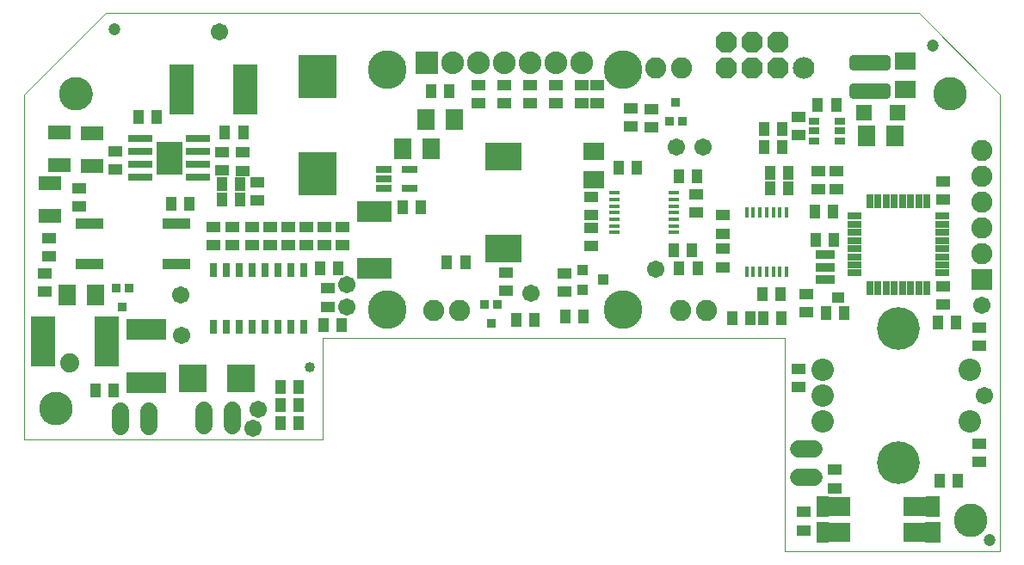
<source format=gts>
G75*
G70*
%OFA0B0*%
%FSLAX24Y24*%
%IPPOS*%
%LPD*%
%AMOC8*
5,1,8,0,0,1.08239X$1,22.5*
%
%ADD10C,0.0000*%
%ADD11C,0.1300*%
%ADD12R,0.0550X0.0800*%
%ADD13R,0.0600X0.0800*%
%ADD14R,0.0450X0.0800*%
%ADD15R,0.0450X0.0400*%
%ADD16C,0.0867*%
%ADD17C,0.1655*%
%ADD18R,0.0600X0.0300*%
%ADD19R,0.0552X0.0395*%
%ADD20R,0.0395X0.0552*%
%ADD21R,0.1340X0.0789*%
%ADD22R,0.0880X0.0880*%
%ADD23C,0.0880*%
%ADD24C,0.1497*%
%ADD25R,0.0710X0.0789*%
%ADD26R,0.1100X0.0420*%
%ADD27R,0.0749X0.0356*%
%ADD28R,0.0580X0.0300*%
%ADD29R,0.0300X0.0580*%
%ADD30R,0.0316X0.0552*%
%ADD31R,0.0395X0.0257*%
%ADD32R,0.0926X0.0277*%
%ADD33R,0.1025X0.1300*%
%ADD34C,0.0286*%
%ADD35R,0.1458X0.1694*%
%ADD36R,0.0630X0.0630*%
%ADD37R,0.0789X0.0710*%
%ADD38R,0.0434X0.0395*%
%ADD39R,0.0867X0.0552*%
%ADD40R,0.0980X0.1970*%
%ADD41R,0.1080X0.1080*%
%ADD42R,0.0356X0.0356*%
%ADD43R,0.1537X0.0789*%
%ADD44C,0.0680*%
%ADD45C,0.0474*%
%ADD46C,0.0671*%
%ADD47C,0.0820*%
%ADD48R,0.0820X0.0820*%
%ADD49R,0.0394X0.0177*%
%ADD50R,0.0177X0.0394*%
%ADD51R,0.0867X0.0781*%
%ADD52OC8,0.0820*%
%ADD53C,0.0400*%
%ADD54R,0.1419X0.1104*%
%ADD55C,0.0740*%
%ADD56C,0.0840*%
D10*
X000180Y005173D02*
X011735Y005173D01*
X011735Y009110D01*
X029633Y009110D01*
X029633Y000843D01*
X037975Y000843D01*
X037975Y018559D01*
X034827Y021708D01*
X003329Y021708D01*
X000180Y018559D01*
X000180Y005173D01*
X000783Y006386D02*
X000785Y006435D01*
X000791Y006484D01*
X000801Y006532D01*
X000814Y006579D01*
X000832Y006625D01*
X000853Y006669D01*
X000877Y006712D01*
X000905Y006752D01*
X000936Y006791D01*
X000970Y006826D01*
X001007Y006859D01*
X001046Y006888D01*
X001088Y006914D01*
X001131Y006937D01*
X001177Y006956D01*
X001223Y006972D01*
X001271Y006984D01*
X001319Y006992D01*
X001368Y006996D01*
X001418Y006996D01*
X001467Y006992D01*
X001515Y006984D01*
X001563Y006972D01*
X001609Y006956D01*
X001655Y006937D01*
X001698Y006914D01*
X001740Y006888D01*
X001779Y006859D01*
X001816Y006826D01*
X001850Y006791D01*
X001881Y006752D01*
X001909Y006712D01*
X001933Y006669D01*
X001954Y006625D01*
X001972Y006579D01*
X001985Y006532D01*
X001995Y006484D01*
X002001Y006435D01*
X002003Y006386D01*
X002001Y006337D01*
X001995Y006288D01*
X001985Y006240D01*
X001972Y006193D01*
X001954Y006147D01*
X001933Y006103D01*
X001909Y006060D01*
X001881Y006020D01*
X001850Y005981D01*
X001816Y005946D01*
X001779Y005913D01*
X001740Y005884D01*
X001698Y005858D01*
X001655Y005835D01*
X001609Y005816D01*
X001563Y005800D01*
X001515Y005788D01*
X001467Y005780D01*
X001418Y005776D01*
X001368Y005776D01*
X001319Y005780D01*
X001271Y005788D01*
X001223Y005800D01*
X001177Y005816D01*
X001131Y005835D01*
X001088Y005858D01*
X001046Y005884D01*
X001007Y005913D01*
X000970Y005946D01*
X000936Y005981D01*
X000905Y006020D01*
X000877Y006060D01*
X000853Y006103D01*
X000832Y006147D01*
X000814Y006193D01*
X000801Y006240D01*
X000791Y006288D01*
X000785Y006337D01*
X000783Y006386D01*
X001570Y018591D02*
X001572Y018640D01*
X001578Y018689D01*
X001588Y018737D01*
X001601Y018784D01*
X001619Y018830D01*
X001640Y018874D01*
X001664Y018917D01*
X001692Y018957D01*
X001723Y018996D01*
X001757Y019031D01*
X001794Y019064D01*
X001833Y019093D01*
X001875Y019119D01*
X001918Y019142D01*
X001964Y019161D01*
X002010Y019177D01*
X002058Y019189D01*
X002106Y019197D01*
X002155Y019201D01*
X002205Y019201D01*
X002254Y019197D01*
X002302Y019189D01*
X002350Y019177D01*
X002396Y019161D01*
X002442Y019142D01*
X002485Y019119D01*
X002527Y019093D01*
X002566Y019064D01*
X002603Y019031D01*
X002637Y018996D01*
X002668Y018957D01*
X002696Y018917D01*
X002720Y018874D01*
X002741Y018830D01*
X002759Y018784D01*
X002772Y018737D01*
X002782Y018689D01*
X002788Y018640D01*
X002790Y018591D01*
X002788Y018542D01*
X002782Y018493D01*
X002772Y018445D01*
X002759Y018398D01*
X002741Y018352D01*
X002720Y018308D01*
X002696Y018265D01*
X002668Y018225D01*
X002637Y018186D01*
X002603Y018151D01*
X002566Y018118D01*
X002527Y018089D01*
X002485Y018063D01*
X002442Y018040D01*
X002396Y018021D01*
X002350Y018005D01*
X002302Y017993D01*
X002254Y017985D01*
X002205Y017981D01*
X002155Y017981D01*
X002106Y017985D01*
X002058Y017993D01*
X002010Y018005D01*
X001964Y018021D01*
X001918Y018040D01*
X001875Y018063D01*
X001833Y018089D01*
X001794Y018118D01*
X001757Y018151D01*
X001723Y018186D01*
X001692Y018225D01*
X001664Y018265D01*
X001640Y018308D01*
X001619Y018352D01*
X001601Y018398D01*
X001588Y018445D01*
X001578Y018493D01*
X001572Y018542D01*
X001570Y018591D01*
X035428Y018591D02*
X035430Y018640D01*
X035436Y018689D01*
X035446Y018737D01*
X035459Y018784D01*
X035477Y018830D01*
X035498Y018874D01*
X035522Y018917D01*
X035550Y018957D01*
X035581Y018996D01*
X035615Y019031D01*
X035652Y019064D01*
X035691Y019093D01*
X035733Y019119D01*
X035776Y019142D01*
X035822Y019161D01*
X035868Y019177D01*
X035916Y019189D01*
X035964Y019197D01*
X036013Y019201D01*
X036063Y019201D01*
X036112Y019197D01*
X036160Y019189D01*
X036208Y019177D01*
X036254Y019161D01*
X036300Y019142D01*
X036343Y019119D01*
X036385Y019093D01*
X036424Y019064D01*
X036461Y019031D01*
X036495Y018996D01*
X036526Y018957D01*
X036554Y018917D01*
X036578Y018874D01*
X036599Y018830D01*
X036617Y018784D01*
X036630Y018737D01*
X036640Y018689D01*
X036646Y018640D01*
X036648Y018591D01*
X036646Y018542D01*
X036640Y018493D01*
X036630Y018445D01*
X036617Y018398D01*
X036599Y018352D01*
X036578Y018308D01*
X036554Y018265D01*
X036526Y018225D01*
X036495Y018186D01*
X036461Y018151D01*
X036424Y018118D01*
X036385Y018089D01*
X036343Y018063D01*
X036300Y018040D01*
X036254Y018021D01*
X036208Y018005D01*
X036160Y017993D01*
X036112Y017985D01*
X036063Y017981D01*
X036013Y017981D01*
X035964Y017985D01*
X035916Y017993D01*
X035868Y018005D01*
X035822Y018021D01*
X035776Y018040D01*
X035733Y018063D01*
X035691Y018089D01*
X035652Y018118D01*
X035615Y018151D01*
X035581Y018186D01*
X035550Y018225D01*
X035522Y018265D01*
X035498Y018308D01*
X035477Y018352D01*
X035459Y018398D01*
X035446Y018445D01*
X035436Y018493D01*
X035430Y018542D01*
X035428Y018591D01*
X036216Y002055D02*
X036218Y002104D01*
X036224Y002153D01*
X036234Y002201D01*
X036247Y002248D01*
X036265Y002294D01*
X036286Y002338D01*
X036310Y002381D01*
X036338Y002421D01*
X036369Y002460D01*
X036403Y002495D01*
X036440Y002528D01*
X036479Y002557D01*
X036521Y002583D01*
X036564Y002606D01*
X036610Y002625D01*
X036656Y002641D01*
X036704Y002653D01*
X036752Y002661D01*
X036801Y002665D01*
X036851Y002665D01*
X036900Y002661D01*
X036948Y002653D01*
X036996Y002641D01*
X037042Y002625D01*
X037088Y002606D01*
X037131Y002583D01*
X037173Y002557D01*
X037212Y002528D01*
X037249Y002495D01*
X037283Y002460D01*
X037314Y002421D01*
X037342Y002381D01*
X037366Y002338D01*
X037387Y002294D01*
X037405Y002248D01*
X037418Y002201D01*
X037428Y002153D01*
X037434Y002104D01*
X037436Y002055D01*
X037434Y002006D01*
X037428Y001957D01*
X037418Y001909D01*
X037405Y001862D01*
X037387Y001816D01*
X037366Y001772D01*
X037342Y001729D01*
X037314Y001689D01*
X037283Y001650D01*
X037249Y001615D01*
X037212Y001582D01*
X037173Y001553D01*
X037131Y001527D01*
X037088Y001504D01*
X037042Y001485D01*
X036996Y001469D01*
X036948Y001457D01*
X036900Y001449D01*
X036851Y001445D01*
X036801Y001445D01*
X036752Y001449D01*
X036704Y001457D01*
X036656Y001469D01*
X036610Y001485D01*
X036564Y001504D01*
X036521Y001527D01*
X036479Y001553D01*
X036440Y001582D01*
X036403Y001615D01*
X036369Y001650D01*
X036338Y001689D01*
X036310Y001729D01*
X036286Y001772D01*
X036265Y001816D01*
X036247Y001862D01*
X036234Y001909D01*
X036224Y001957D01*
X036218Y002006D01*
X036216Y002055D01*
D11*
X036826Y002055D03*
X036038Y018591D03*
X002180Y018591D03*
X001393Y006386D03*
D12*
X035355Y002573D03*
D13*
X035380Y001573D03*
D14*
X031105Y001573D03*
X031105Y002573D03*
D15*
X031705Y010673D03*
D16*
X031088Y007874D03*
X031088Y006874D03*
X031088Y005874D03*
X036788Y005874D03*
X036788Y007874D03*
D17*
X034038Y009474D03*
X034038Y004274D03*
D18*
X015110Y014923D03*
X015110Y015663D03*
X014110Y015663D03*
X014110Y015293D03*
X014110Y014923D03*
D19*
X012505Y013423D03*
X011805Y013423D03*
X011105Y013423D03*
X010405Y013423D03*
X009705Y013423D03*
X009005Y013423D03*
X008245Y013418D03*
X007515Y013418D03*
X007515Y012709D03*
X008245Y012709D03*
X009005Y012714D03*
X009705Y012714D03*
X010405Y012714D03*
X011105Y012714D03*
X011805Y012714D03*
X012505Y012714D03*
X011930Y011043D03*
X011930Y010334D03*
X018840Y010959D03*
X018840Y011668D03*
X021100Y011627D03*
X021100Y010919D03*
X022135Y012689D03*
X022135Y013398D03*
X022135Y013889D03*
X022135Y014598D03*
X026210Y014683D03*
X026210Y013974D03*
X027230Y013878D03*
X027230Y013169D03*
X027230Y012578D03*
X027230Y011869D03*
X030480Y010828D03*
X030480Y010119D03*
X030180Y007928D03*
X030180Y007219D03*
X031580Y004008D03*
X031580Y003299D03*
X030380Y002378D03*
X030380Y001669D03*
X037180Y004319D03*
X037180Y005028D03*
X037180Y008819D03*
X037180Y009528D03*
X035780Y010419D03*
X035780Y011128D03*
X035765Y014484D03*
X035765Y015193D03*
X031635Y014889D03*
X030935Y014889D03*
X030935Y015598D03*
X031635Y015598D03*
X030165Y016984D03*
X030165Y017693D03*
X024460Y017993D03*
X023665Y018018D03*
X023665Y017309D03*
X024460Y017284D03*
X022380Y018219D03*
X021780Y018219D03*
X021780Y018928D03*
X022380Y018928D03*
X020780Y018928D03*
X020780Y018219D03*
X019780Y018219D03*
X018780Y018219D03*
X018780Y018928D03*
X019780Y018928D03*
X017780Y018928D03*
X017780Y018219D03*
X009210Y015168D03*
X008635Y015599D03*
X007835Y015624D03*
X007835Y016333D03*
X008635Y016308D03*
X009210Y014459D03*
X003710Y015650D03*
X003710Y016358D03*
X002300Y014923D03*
X002300Y014214D03*
X001135Y012998D03*
X001135Y012289D03*
X000980Y011628D03*
X000980Y010919D03*
D20*
X005856Y014328D03*
X006564Y014328D03*
X007826Y014494D03*
X007836Y015103D03*
X008544Y015103D03*
X008535Y014494D03*
X008659Y017073D03*
X007951Y017073D03*
X005310Y017684D03*
X004602Y017684D03*
X014826Y014173D03*
X015534Y014173D03*
X016546Y012053D03*
X017254Y012053D03*
X021126Y009956D03*
X021835Y009956D03*
X019934Y009823D03*
X019226Y009823D03*
X025551Y011823D03*
X026259Y011823D03*
X026034Y012518D03*
X025326Y012518D03*
X028776Y010823D03*
X029484Y010823D03*
X029504Y009903D03*
X028796Y009903D03*
X028294Y009893D03*
X027586Y009893D03*
X031226Y010073D03*
X031934Y010073D03*
X035576Y009723D03*
X036284Y009723D03*
X031534Y012933D03*
X030826Y012933D03*
X030806Y014013D03*
X031514Y014013D03*
X029784Y014923D03*
X029076Y014923D03*
X029076Y015523D03*
X029784Y015523D03*
X029549Y016508D03*
X028841Y016508D03*
X028841Y017208D03*
X029549Y017208D03*
X030911Y018138D03*
X031619Y018138D03*
X026234Y015373D03*
X025526Y015373D03*
X023904Y015718D03*
X023196Y015718D03*
X016634Y018673D03*
X015926Y018673D03*
X012334Y011823D03*
X011626Y011823D03*
X011776Y009623D03*
X012484Y009623D03*
X010794Y007223D03*
X010086Y007223D03*
X010086Y006523D03*
X010794Y006523D03*
X010794Y005823D03*
X010086Y005823D03*
X003634Y007073D03*
X002926Y007073D03*
X035626Y003573D03*
X036334Y003573D03*
D21*
X013730Y011816D03*
X013730Y014021D03*
D22*
X015783Y019796D03*
D23*
X016783Y019796D03*
X017783Y019796D03*
X018783Y019796D03*
X019783Y019796D03*
X020783Y019796D03*
X021783Y019796D03*
D24*
X023374Y019536D03*
X014240Y019536D03*
X014240Y010206D03*
X023374Y010206D03*
D25*
X015936Y016458D03*
X014834Y016458D03*
X015729Y017573D03*
X016831Y017573D03*
X002931Y010773D03*
X001829Y010773D03*
X032814Y016938D03*
X033916Y016938D03*
D26*
X006070Y013563D03*
X006070Y011983D03*
X002690Y011983D03*
X002690Y013563D03*
D27*
X031185Y012341D03*
X031185Y011868D03*
X031185Y011396D03*
D28*
X032345Y011641D03*
X032345Y011956D03*
X032345Y012271D03*
X032345Y012586D03*
X032345Y012901D03*
X032345Y013216D03*
X032345Y013531D03*
X032345Y013846D03*
X035725Y013846D03*
X035725Y013531D03*
X035725Y013216D03*
X035725Y012901D03*
X035725Y012586D03*
X035725Y012271D03*
X035725Y011956D03*
X035725Y011641D03*
D29*
X035137Y011053D03*
X034822Y011053D03*
X034507Y011053D03*
X034192Y011053D03*
X033878Y011053D03*
X033563Y011053D03*
X033248Y011053D03*
X032933Y011053D03*
X032933Y014433D03*
X033248Y014433D03*
X033563Y014433D03*
X033878Y014433D03*
X034192Y014433D03*
X034507Y014433D03*
X034822Y014433D03*
X035137Y014433D03*
D30*
X011005Y011771D03*
X010505Y011771D03*
X010005Y011771D03*
X009505Y011771D03*
X009005Y011771D03*
X008505Y011771D03*
X008005Y011771D03*
X007505Y011771D03*
X007505Y009566D03*
X008005Y009566D03*
X008505Y009566D03*
X009005Y009566D03*
X009505Y009566D03*
X010005Y009566D03*
X010505Y009566D03*
X011005Y009566D03*
D31*
X030763Y016764D03*
X030763Y017138D03*
X030763Y017512D03*
X031767Y017512D03*
X031767Y017138D03*
X031767Y016764D03*
D32*
X006917Y016848D03*
X006917Y016348D03*
X006917Y015848D03*
X006917Y015348D03*
X004653Y015348D03*
X004653Y015848D03*
X004653Y016348D03*
X004653Y016848D03*
D33*
X005785Y016098D03*
D34*
X032270Y018850D02*
X033560Y018850D01*
X033560Y018564D01*
X032270Y018564D01*
X032270Y018850D01*
X032270Y018849D02*
X033560Y018849D01*
X033560Y019953D02*
X032270Y019953D01*
X033560Y019953D02*
X033560Y019667D01*
X032270Y019667D01*
X032270Y019953D01*
X032270Y019952D02*
X033560Y019952D01*
D35*
X011545Y019239D03*
X011545Y015498D03*
D36*
X032715Y017838D03*
X034015Y017838D03*
D37*
X034295Y018757D03*
X034295Y019860D03*
X022250Y016370D03*
X022250Y015267D03*
D38*
X021787Y011749D03*
X022613Y011375D03*
X021787Y011001D03*
D39*
X002795Y015804D03*
X001550Y015824D03*
X001160Y015108D03*
X001160Y013849D03*
X001550Y017083D03*
X002795Y017063D03*
D40*
X006280Y018748D03*
X008720Y018748D03*
X003355Y009003D03*
X000915Y009003D03*
D41*
X006705Y007558D03*
X008555Y007558D03*
D42*
X003980Y010309D03*
X003724Y011038D03*
X004236Y011038D03*
X018004Y010418D03*
X018516Y010418D03*
X018260Y009689D03*
X025154Y017509D03*
X025666Y017509D03*
X025410Y018238D03*
D43*
X004895Y009442D03*
X004895Y007375D03*
D44*
X004995Y006293D02*
X004995Y005693D01*
X003895Y005693D02*
X003895Y006293D01*
X007140Y006308D02*
X007140Y005708D01*
X008240Y005708D02*
X008240Y006308D01*
X030180Y004823D02*
X030780Y004823D01*
X030780Y003723D02*
X030180Y003723D01*
D45*
X037580Y001273D03*
X035365Y020463D03*
X003680Y021073D03*
D46*
X007720Y020973D03*
X012680Y011173D03*
X012680Y010323D03*
X006230Y010773D03*
X006280Y009223D03*
X009220Y006338D03*
X009030Y005623D03*
X019800Y010863D03*
X024630Y011773D03*
X025430Y016523D03*
X026480Y016523D03*
X037280Y010373D03*
X037380Y006873D03*
D47*
X037280Y012373D03*
X037280Y013373D03*
X037280Y014373D03*
X037280Y015373D03*
X037280Y016373D03*
X026600Y010173D03*
X025600Y010173D03*
X017040Y010173D03*
X016040Y010173D03*
X024645Y019603D03*
X025645Y019603D03*
D48*
X037280Y011373D03*
D49*
X025332Y013206D03*
X025332Y013462D03*
X025332Y013718D03*
X025332Y013973D03*
X025332Y014229D03*
X025332Y014485D03*
X025332Y014741D03*
X023028Y014741D03*
X023028Y014485D03*
X023028Y014229D03*
X023028Y013973D03*
X023028Y013718D03*
X023028Y013462D03*
X023028Y013206D03*
D50*
X028162Y013975D03*
X028418Y013975D03*
X028674Y013975D03*
X028930Y013975D03*
X029186Y013975D03*
X029442Y013975D03*
X029698Y013975D03*
X029698Y011672D03*
X029442Y011672D03*
X029186Y011672D03*
X028930Y011672D03*
X028674Y011672D03*
X028418Y011672D03*
X028162Y011672D03*
D51*
X031723Y002573D03*
X031723Y001573D03*
X034656Y001573D03*
X034656Y002573D03*
D52*
X029380Y019573D03*
X028380Y019573D03*
X027380Y019573D03*
X027380Y020573D03*
X028380Y020573D03*
X029380Y020573D03*
D53*
X011230Y007973D03*
D54*
X018740Y012602D03*
X018740Y016145D03*
D55*
X001930Y008143D03*
D56*
X030380Y019573D03*
M02*

</source>
